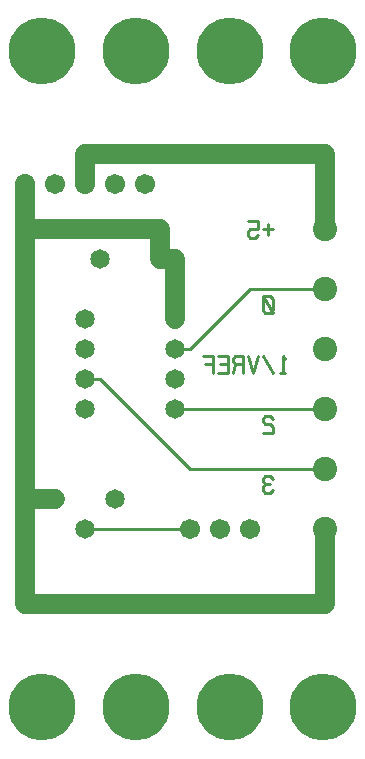
<source format=gbl>
%MOIN*%
%FSLAX25Y25*%
G04 D10 used for Character Trace; *
G04     Circle (OD=.01000) (No hole)*
G04 D11 used for Power Trace; *
G04     Circle (OD=.06700) (No hole)*
G04 D12 used for Signal Trace; *
G04     Circle (OD=.01100) (No hole)*
G04 D13 used for Via; *
G04     Circle (OD=.05800) (Round. Hole ID=.02800)*
G04 D14 used for Component hole; *
G04     Circle (OD=.06500) (Round. Hole ID=.03500)*
G04 D15 used for Component hole; *
G04     Circle (OD=.06700) (Round. Hole ID=.04300)*
G04 D16 used for Component hole; *
G04     Circle (OD=.08100) (Round. Hole ID=.05100)*
G04 D17 used for Component hole; *
G04     Circle (OD=.08900) (Round. Hole ID=.05900)*
G04 D18 used for Component hole; *
G04     Circle (OD=.11300) (Round. Hole ID=.08300)*
G04 D19 used for Component hole; *
G04     Circle (OD=.16000) (Round. Hole ID=.13000)*
G04 D20 used for Component hole; *
G04     Circle (OD=.18300) (Round. Hole ID=.15300)*
G04 D21 used for Component hole; *
G04     Circle (OD=.22291) (Round. Hole ID=.19291)*
%ADD10C,.01000*%
%ADD11C,.06700*%
%ADD12C,.01100*%
%ADD13C,.05800*%
%ADD14C,.06500*%
%ADD15C,.06700*%
%ADD16C,.08100*%
%ADD17C,.08900*%
%ADD18C,.11300*%
%ADD19C,.16000*%
%ADD20C,.18300*%
%ADD21C,.22291*%
%IPPOS*%
%LPD*%
G90*X0Y0D02*D21*X15625Y15625D03*X46875D03*D11*    
X10000Y50000D02*X110000D01*Y75000D01*D16*D03*D10* 
X92511Y91914D02*X91674Y92871D01*X90000D01*        
X89163Y91914D01*Y90957D01*X90000Y90000D01*        
X91674D01*X90000D02*X89163Y89043D01*Y88086D01*    
X90000Y87129D01*X91674D01*X92511Y88086D01*D16*    
X110000Y95000D03*D12*X65000D01*X35000Y125000D01*  
X30000D01*D14*D03*Y135000D03*Y115000D03*          
Y145000D03*X60000Y115000D03*D12*X110000D01*D16*   
D03*Y135000D03*D10*X92511Y111914D02*              
X91674Y112871D01*X90000D01*X89163Y111914D01*      
Y110957D01*X90000Y110000D01*X91674D01*            
X92511Y109043D01*Y107129D01*X89163D01*Y148086D02* 
X90000Y147129D01*X91674D01*X92511Y148086D01*      
Y151914D01*X91674Y152871D01*X90000D01*            
X89163Y151914D01*Y148086D01*X92511Y147129D02*     
X89163Y152871D01*D15*X75000Y75000D03*X85000D03*   
D10*X96674Y131914D02*X95837Y132871D01*Y127129D01* 
X96674D02*X95000D01*X92511D02*X89163Y132871D01*   
X87511D02*X85837Y127129D01*X84163Y132871D01*      
X82511Y127129D02*Y132871D01*X80000D01*            
X79163Y131914D01*Y130957D01*X80000Y130000D01*     
X82511D01*X80000D02*X79163Y127129D01*X74163D02*   
X77511D01*Y132871D01*X74163D01*X77511Y130000D02*  
X75000D01*X72511Y127129D02*Y132871D01*X69163D01*  
X72511Y130000D02*X70000D01*D16*X110000Y155000D03* 
D12*X85000D01*X65000Y135000D01*X60000D01*D14*D03* 
Y145000D03*D11*Y165000D01*X55000D01*D14*D03*D11*  
Y175000D01*X10000D01*Y85000D01*Y50000D01*D14*     
X30000Y75000D03*D12*X65000D01*D15*D03*D14*        
X40000Y85000D03*X20000D03*D11*X10000D01*D14*      
X60000Y125000D03*D21*X78125Y15625D03*D14*         
X35000Y165000D03*D10*X92511Y175000D02*X89163D01*  
X90837Y176914D02*Y173086D01*X84163Y177871D02*     
X87511D01*Y175000D01*X85000D01*X84163Y174043D01*  
Y173086D01*X85000Y172129D01*X86674D01*            
X87511Y173086D01*D11*X10000Y175000D02*Y190000D01* 
D15*D03*X20000D03*X30000D03*D11*Y200000D01*       
X110000D01*Y175000D01*D16*D03*D15*                
X50000Y190000D03*D21*X109375Y234375D03*X78125D03* 
X46875D03*D15*X40000Y190000D03*D21*               
X15625Y234375D03*X109375Y15625D03*M02*            

</source>
